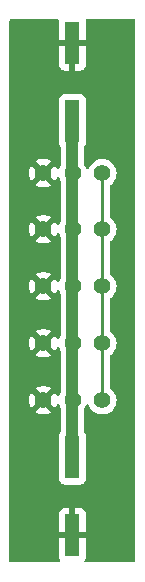
<source format=gbr>
%TF.GenerationSoftware,KiCad,Pcbnew,7.0.5-0*%
%TF.CreationDate,2024-07-23T14:26:58+02:00*%
%TF.ProjectId,JST_EH_2.5mm_ExtensionBoard,4a53545f-4548-45f3-922e-356d6d5f4578,rev?*%
%TF.SameCoordinates,Original*%
%TF.FileFunction,Copper,L1,Top*%
%TF.FilePolarity,Positive*%
%FSLAX46Y46*%
G04 Gerber Fmt 4.6, Leading zero omitted, Abs format (unit mm)*
G04 Created by KiCad (PCBNEW 7.0.5-0) date 2024-07-23 14:26:58*
%MOMM*%
%LPD*%
G01*
G04 APERTURE LIST*
%TA.AperFunction,SMDPad,CuDef*%
%ADD10R,1.259995X3.610008*%
%TD*%
%TA.AperFunction,ComponentPad*%
%ADD11C,1.397000*%
%TD*%
%TA.AperFunction,Conductor*%
%ADD12C,0.250000*%
%TD*%
%TA.AperFunction,Conductor*%
%ADD13C,1.000000*%
%TD*%
G04 APERTURE END LIST*
D10*
%TO.P,C3,1,1*%
%TO.N,/12V*%
X91186000Y-41648895D03*
%TO.P,C3,2,2*%
%TO.N,/GND*%
X91186000Y-35059105D03*
%TD*%
%TO.P,C1,1,1*%
%TO.N,/12V*%
X91186000Y-70111105D03*
%TO.P,C1,2,2*%
%TO.N,/GND*%
X91186000Y-76700895D03*
%TD*%
D11*
%TO.P,J5,1,1*%
%TO.N,/GND*%
X88726000Y-65278000D03*
%TO.P,J5,2,2*%
%TO.N,/12V*%
X91226000Y-65278000D03*
%TO.P,J5,3,3*%
%TO.N,/DATA*%
X93726000Y-65278000D03*
%TD*%
%TO.P,J4,1,1*%
%TO.N,/GND*%
X88726000Y-60452000D03*
%TO.P,J4,2,2*%
%TO.N,/12V*%
X91226000Y-60452000D03*
%TO.P,J4,3,3*%
%TO.N,/DATA*%
X93726000Y-60452000D03*
%TD*%
%TO.P,J3,1,1*%
%TO.N,/GND*%
X88726000Y-55626000D03*
%TO.P,J3,2,2*%
%TO.N,/12V*%
X91226000Y-55626000D03*
%TO.P,J3,3,3*%
%TO.N,/DATA*%
X93726000Y-55626000D03*
%TD*%
%TO.P,J2,1,1*%
%TO.N,/GND*%
X88726000Y-50800000D03*
%TO.P,J2,2,2*%
%TO.N,/12V*%
X91226000Y-50800000D03*
%TO.P,J2,3,3*%
%TO.N,/DATA*%
X93726000Y-50800000D03*
%TD*%
%TO.P,J1,1,1*%
%TO.N,/GND*%
X88726000Y-46053000D03*
%TO.P,J1,2,2*%
%TO.N,/12V*%
X91226000Y-46053000D03*
%TO.P,J1,3,3*%
%TO.N,/DATA*%
X93726000Y-46053000D03*
%TD*%
D12*
%TO.N,/DATA*%
X93726000Y-46053000D02*
X93726000Y-65278000D01*
D13*
%TO.N,/12V*%
X91186000Y-41648895D02*
X91186000Y-70111105D01*
%TD*%
%TA.AperFunction,Conductor*%
%TO.N,/GND*%
G36*
X90004968Y-33040185D02*
G01*
X90050723Y-33092989D01*
X90061218Y-33157757D01*
X90056002Y-33206259D01*
X90056002Y-34809105D01*
X92315998Y-34809105D01*
X92315998Y-33206273D01*
X92315997Y-33206259D01*
X92310782Y-33157757D01*
X92323186Y-33088997D01*
X92370796Y-33037859D01*
X92434071Y-33020500D01*
X96395500Y-33020500D01*
X96462539Y-33040185D01*
X96508294Y-33092989D01*
X96519500Y-33144500D01*
X96519500Y-78869500D01*
X96499815Y-78936539D01*
X96447011Y-78982294D01*
X96395500Y-78993500D01*
X92323283Y-78993500D01*
X92256244Y-78973815D01*
X92210489Y-78921011D01*
X92200545Y-78851853D01*
X92224017Y-78795189D01*
X92259348Y-78747992D01*
X92259352Y-78747985D01*
X92309594Y-78613278D01*
X92309596Y-78613271D01*
X92315997Y-78553743D01*
X92315998Y-78553726D01*
X92315998Y-76950895D01*
X90056002Y-76950895D01*
X90056002Y-78553743D01*
X90062403Y-78613271D01*
X90062405Y-78613278D01*
X90112647Y-78747985D01*
X90112651Y-78747992D01*
X90147983Y-78795189D01*
X90172401Y-78860653D01*
X90157550Y-78928926D01*
X90108145Y-78978332D01*
X90048717Y-78993500D01*
X85976500Y-78993500D01*
X85909461Y-78973815D01*
X85863706Y-78921011D01*
X85852500Y-78869500D01*
X85852500Y-76450895D01*
X90056002Y-76450895D01*
X90936000Y-76450895D01*
X90936000Y-74395891D01*
X91436000Y-74395891D01*
X91436000Y-76450895D01*
X92315998Y-76450895D01*
X92315998Y-74848063D01*
X92315997Y-74848046D01*
X92309596Y-74788518D01*
X92309594Y-74788511D01*
X92259352Y-74653804D01*
X92259348Y-74653797D01*
X92173188Y-74538703D01*
X92173185Y-74538700D01*
X92058091Y-74452540D01*
X92058084Y-74452536D01*
X91923377Y-74402294D01*
X91923370Y-74402292D01*
X91863842Y-74395891D01*
X91436000Y-74395891D01*
X90936000Y-74395891D01*
X90508157Y-74395891D01*
X90448629Y-74402292D01*
X90448622Y-74402294D01*
X90313915Y-74452536D01*
X90313908Y-74452540D01*
X90198814Y-74538700D01*
X90198811Y-74538703D01*
X90112651Y-74653797D01*
X90112647Y-74653804D01*
X90062405Y-74788511D01*
X90062403Y-74788518D01*
X90056002Y-74848046D01*
X90056002Y-76450895D01*
X85852500Y-76450895D01*
X85852500Y-65278000D01*
X87522366Y-65278000D01*
X87542859Y-65499166D01*
X87542860Y-65499168D01*
X87603643Y-65712798D01*
X87603649Y-65712813D01*
X87702646Y-65911626D01*
X87702651Y-65911634D01*
X87718209Y-65932235D01*
X88286680Y-65363765D01*
X88287749Y-65378028D01*
X88336703Y-65502760D01*
X88420248Y-65607522D01*
X88530960Y-65683004D01*
X88640698Y-65716854D01*
X88073760Y-66283790D01*
X88073761Y-66283791D01*
X88189488Y-66355445D01*
X88189495Y-66355449D01*
X88396607Y-66435684D01*
X88614945Y-66476500D01*
X88837055Y-66476500D01*
X89055392Y-66435684D01*
X89262503Y-66355450D01*
X89262509Y-66355447D01*
X89378237Y-66283791D01*
X89378238Y-66283790D01*
X88809398Y-65714950D01*
X88858499Y-65707550D01*
X88979224Y-65649412D01*
X89077450Y-65558272D01*
X89144447Y-65442228D01*
X89162906Y-65361353D01*
X89733788Y-65932235D01*
X89733789Y-65932235D01*
X89749349Y-65911632D01*
X89749350Y-65911629D01*
X89848350Y-65712813D01*
X89848354Y-65712803D01*
X89856472Y-65684270D01*
X89893750Y-65625176D01*
X89957059Y-65595617D01*
X90026299Y-65604978D01*
X90079486Y-65650286D01*
X90095004Y-65684263D01*
X90103127Y-65712813D01*
X90103177Y-65712986D01*
X90103180Y-65712994D01*
X90172500Y-65852205D01*
X90185500Y-65907477D01*
X90185500Y-67924589D01*
X90165815Y-67991628D01*
X90160767Y-67998899D01*
X90112208Y-68063766D01*
X90112204Y-68063772D01*
X90061910Y-68198618D01*
X90055503Y-68258217D01*
X90055503Y-68258224D01*
X90055502Y-68258236D01*
X90055502Y-71963979D01*
X90055503Y-71963985D01*
X90061910Y-72023592D01*
X90112204Y-72158437D01*
X90112208Y-72158444D01*
X90198454Y-72273653D01*
X90198457Y-72273656D01*
X90313666Y-72359902D01*
X90313673Y-72359906D01*
X90448519Y-72410200D01*
X90448518Y-72410200D01*
X90455446Y-72410944D01*
X90508129Y-72416609D01*
X91863870Y-72416608D01*
X91923481Y-72410200D01*
X92058329Y-72359905D01*
X92173544Y-72273655D01*
X92259794Y-72158440D01*
X92310089Y-72023592D01*
X92316498Y-71963982D01*
X92316497Y-68258229D01*
X92310089Y-68198618D01*
X92259794Y-68063770D01*
X92259514Y-68063396D01*
X92211233Y-67998899D01*
X92186816Y-67933435D01*
X92186500Y-67924589D01*
X92186500Y-66037250D01*
X92206185Y-65970211D01*
X92211546Y-65962523D01*
X92212143Y-65961731D01*
X92249778Y-65911896D01*
X92348824Y-65712984D01*
X92356734Y-65685182D01*
X92394013Y-65626089D01*
X92457323Y-65596532D01*
X92526562Y-65605894D01*
X92579749Y-65651204D01*
X92595266Y-65685183D01*
X92603174Y-65712979D01*
X92603180Y-65712994D01*
X92702222Y-65911896D01*
X92836133Y-66089224D01*
X93000344Y-66238921D01*
X93000346Y-66238923D01*
X93189266Y-66355897D01*
X93189272Y-66355900D01*
X93218206Y-66367109D01*
X93396472Y-66436170D01*
X93614896Y-66477000D01*
X93614899Y-66477000D01*
X93837101Y-66477000D01*
X93837104Y-66477000D01*
X94055528Y-66436170D01*
X94262730Y-66355899D01*
X94451655Y-66238922D01*
X94615868Y-66089222D01*
X94749778Y-65911896D01*
X94848824Y-65712984D01*
X94909634Y-65499260D01*
X94930137Y-65278000D01*
X94909634Y-65056740D01*
X94848824Y-64843016D01*
X94749778Y-64644104D01*
X94615868Y-64466778D01*
X94615866Y-64466775D01*
X94451655Y-64317078D01*
X94451654Y-64317077D01*
X94410221Y-64291422D01*
X94363586Y-64239393D01*
X94351500Y-64185996D01*
X94351500Y-61544002D01*
X94371185Y-61476963D01*
X94410221Y-61438576D01*
X94451655Y-61412922D01*
X94615868Y-61263222D01*
X94749778Y-61085896D01*
X94848824Y-60886984D01*
X94909634Y-60673260D01*
X94930137Y-60452000D01*
X94909634Y-60230740D01*
X94848824Y-60017016D01*
X94749778Y-59818104D01*
X94615868Y-59640778D01*
X94615866Y-59640775D01*
X94451655Y-59491078D01*
X94451654Y-59491077D01*
X94410221Y-59465422D01*
X94363586Y-59413393D01*
X94351500Y-59359996D01*
X94351500Y-56718002D01*
X94371185Y-56650963D01*
X94410221Y-56612576D01*
X94451655Y-56586922D01*
X94615868Y-56437222D01*
X94749778Y-56259896D01*
X94848824Y-56060984D01*
X94909634Y-55847260D01*
X94930137Y-55626000D01*
X94909634Y-55404740D01*
X94848824Y-55191016D01*
X94749778Y-54992104D01*
X94615868Y-54814778D01*
X94615866Y-54814775D01*
X94451655Y-54665078D01*
X94451654Y-54665077D01*
X94410221Y-54639422D01*
X94363586Y-54587393D01*
X94351500Y-54533996D01*
X94351500Y-51892002D01*
X94371185Y-51824963D01*
X94410221Y-51786576D01*
X94451655Y-51760922D01*
X94615868Y-51611222D01*
X94749778Y-51433896D01*
X94848824Y-51234984D01*
X94909634Y-51021260D01*
X94930137Y-50800000D01*
X94909634Y-50578740D01*
X94848824Y-50365016D01*
X94749778Y-50166104D01*
X94615868Y-49988778D01*
X94615866Y-49988775D01*
X94451655Y-49839078D01*
X94451654Y-49839077D01*
X94410221Y-49813422D01*
X94363586Y-49761393D01*
X94351500Y-49707996D01*
X94351500Y-47145002D01*
X94371185Y-47077963D01*
X94410221Y-47039576D01*
X94451655Y-47013922D01*
X94615868Y-46864222D01*
X94749778Y-46686896D01*
X94848824Y-46487984D01*
X94909634Y-46274260D01*
X94930137Y-46053000D01*
X94909634Y-45831740D01*
X94848824Y-45618016D01*
X94749778Y-45419104D01*
X94615868Y-45241778D01*
X94615866Y-45241775D01*
X94451655Y-45092078D01*
X94451653Y-45092076D01*
X94262733Y-44975102D01*
X94262727Y-44975099D01*
X94155080Y-44933397D01*
X94055528Y-44894830D01*
X93837104Y-44854000D01*
X93614896Y-44854000D01*
X93396472Y-44894830D01*
X93346695Y-44914113D01*
X93189272Y-44975099D01*
X93189266Y-44975102D01*
X93000346Y-45092076D01*
X93000344Y-45092078D01*
X92836133Y-45241775D01*
X92702222Y-45419103D01*
X92603180Y-45618005D01*
X92603175Y-45618018D01*
X92595266Y-45645817D01*
X92557986Y-45704910D01*
X92494676Y-45734467D01*
X92425437Y-45725105D01*
X92372251Y-45679794D01*
X92356734Y-45645817D01*
X92350370Y-45623450D01*
X92348824Y-45618016D01*
X92249778Y-45419104D01*
X92249777Y-45419103D01*
X92249776Y-45419100D01*
X92211546Y-45368475D01*
X92186854Y-45303114D01*
X92186500Y-45293749D01*
X92186500Y-43835409D01*
X92206185Y-43768370D01*
X92211227Y-43761106D01*
X92259794Y-43696230D01*
X92310089Y-43561382D01*
X92316498Y-43501772D01*
X92316497Y-39796019D01*
X92310089Y-39736408D01*
X92259794Y-39601560D01*
X92259793Y-39601559D01*
X92259791Y-39601555D01*
X92173545Y-39486346D01*
X92173542Y-39486343D01*
X92058333Y-39400097D01*
X92058326Y-39400093D01*
X91923480Y-39349799D01*
X91923481Y-39349799D01*
X91863881Y-39343392D01*
X91863879Y-39343391D01*
X91863871Y-39343391D01*
X91863862Y-39343391D01*
X90508131Y-39343391D01*
X90508125Y-39343392D01*
X90448518Y-39349799D01*
X90313673Y-39400093D01*
X90313666Y-39400097D01*
X90198457Y-39486343D01*
X90198454Y-39486346D01*
X90112208Y-39601555D01*
X90112204Y-39601562D01*
X90061910Y-39736408D01*
X90055503Y-39796007D01*
X90055503Y-39796014D01*
X90055502Y-39796026D01*
X90055502Y-43501769D01*
X90055503Y-43501775D01*
X90061910Y-43561382D01*
X90112204Y-43696227D01*
X90112206Y-43696230D01*
X90160766Y-43761098D01*
X90185184Y-43826561D01*
X90185500Y-43835409D01*
X90185500Y-45423522D01*
X90172500Y-45478794D01*
X90103180Y-45618005D01*
X90103173Y-45618023D01*
X90095004Y-45646734D01*
X90057724Y-45705827D01*
X89994413Y-45735383D01*
X89925174Y-45726019D01*
X89871989Y-45680708D01*
X89856472Y-45646730D01*
X89848353Y-45618194D01*
X89848350Y-45618186D01*
X89749351Y-45419370D01*
X89749349Y-45419367D01*
X89733788Y-45398762D01*
X89165319Y-45967232D01*
X89164251Y-45952972D01*
X89115297Y-45828240D01*
X89031752Y-45723478D01*
X88921040Y-45647996D01*
X88811301Y-45614145D01*
X89378238Y-45047208D01*
X89262503Y-44975550D01*
X89262504Y-44975550D01*
X89055392Y-44895315D01*
X88837055Y-44854500D01*
X88614945Y-44854500D01*
X88396607Y-44895315D01*
X88189497Y-44975549D01*
X88189494Y-44975551D01*
X88073760Y-45047208D01*
X88642602Y-45616049D01*
X88593501Y-45623450D01*
X88472776Y-45681588D01*
X88374550Y-45772728D01*
X88307553Y-45888772D01*
X88289093Y-45969645D01*
X87718210Y-45398762D01*
X87702651Y-45419367D01*
X87702646Y-45419374D01*
X87603649Y-45618186D01*
X87603643Y-45618201D01*
X87542860Y-45831831D01*
X87542859Y-45831833D01*
X87522366Y-46052999D01*
X87522366Y-46053000D01*
X87542859Y-46274166D01*
X87542860Y-46274168D01*
X87603643Y-46487798D01*
X87603649Y-46487813D01*
X87702646Y-46686626D01*
X87702651Y-46686634D01*
X87718209Y-46707235D01*
X88286680Y-46138766D01*
X88287749Y-46153028D01*
X88336703Y-46277760D01*
X88420248Y-46382522D01*
X88530960Y-46458004D01*
X88640698Y-46491854D01*
X88073760Y-47058790D01*
X88073761Y-47058791D01*
X88189488Y-47130445D01*
X88189495Y-47130449D01*
X88396607Y-47210684D01*
X88614945Y-47251500D01*
X88837055Y-47251500D01*
X89055392Y-47210684D01*
X89262503Y-47130450D01*
X89262509Y-47130447D01*
X89378237Y-47058791D01*
X89378238Y-47058790D01*
X88809398Y-46489950D01*
X88858499Y-46482550D01*
X88979224Y-46424412D01*
X89077450Y-46333272D01*
X89144447Y-46217228D01*
X89162906Y-46136353D01*
X89733788Y-46707235D01*
X89733789Y-46707235D01*
X89749349Y-46686632D01*
X89749350Y-46686629D01*
X89848350Y-46487813D01*
X89848354Y-46487803D01*
X89856472Y-46459270D01*
X89893750Y-46400176D01*
X89957059Y-46370617D01*
X90026299Y-46379978D01*
X90079486Y-46425286D01*
X90095004Y-46459263D01*
X90103127Y-46487813D01*
X90103177Y-46487986D01*
X90103180Y-46487994D01*
X90172500Y-46627205D01*
X90185500Y-46682477D01*
X90185500Y-50170522D01*
X90172500Y-50225794D01*
X90103180Y-50365005D01*
X90103173Y-50365023D01*
X90095004Y-50393734D01*
X90057724Y-50452827D01*
X89994413Y-50482383D01*
X89925174Y-50473019D01*
X89871989Y-50427708D01*
X89856472Y-50393730D01*
X89848353Y-50365194D01*
X89848350Y-50365186D01*
X89749351Y-50166370D01*
X89749349Y-50166367D01*
X89733788Y-50145762D01*
X89165319Y-50714232D01*
X89164251Y-50699972D01*
X89115297Y-50575240D01*
X89031752Y-50470478D01*
X88921040Y-50394996D01*
X88811301Y-50361145D01*
X89378238Y-49794208D01*
X89262503Y-49722550D01*
X89262504Y-49722550D01*
X89055392Y-49642315D01*
X88837055Y-49601500D01*
X88614945Y-49601500D01*
X88396607Y-49642315D01*
X88189497Y-49722549D01*
X88189494Y-49722551D01*
X88073760Y-49794208D01*
X88642602Y-50363049D01*
X88593501Y-50370450D01*
X88472776Y-50428588D01*
X88374550Y-50519728D01*
X88307553Y-50635772D01*
X88289093Y-50716645D01*
X87718210Y-50145762D01*
X87702651Y-50166367D01*
X87702646Y-50166374D01*
X87603649Y-50365186D01*
X87603643Y-50365201D01*
X87542860Y-50578831D01*
X87542859Y-50578833D01*
X87522366Y-50799999D01*
X87522366Y-50800000D01*
X87542859Y-51021166D01*
X87542860Y-51021168D01*
X87603643Y-51234798D01*
X87603649Y-51234813D01*
X87702646Y-51433626D01*
X87702651Y-51433634D01*
X87718209Y-51454235D01*
X88286680Y-50885766D01*
X88287749Y-50900028D01*
X88336703Y-51024760D01*
X88420248Y-51129522D01*
X88530960Y-51205004D01*
X88640698Y-51238854D01*
X88073760Y-51805790D01*
X88073761Y-51805791D01*
X88189488Y-51877445D01*
X88189495Y-51877449D01*
X88396607Y-51957684D01*
X88614945Y-51998500D01*
X88837055Y-51998500D01*
X89055392Y-51957684D01*
X89262503Y-51877450D01*
X89262509Y-51877447D01*
X89378237Y-51805791D01*
X89378238Y-51805790D01*
X88809398Y-51236950D01*
X88858499Y-51229550D01*
X88979224Y-51171412D01*
X89077450Y-51080272D01*
X89144447Y-50964228D01*
X89162906Y-50883353D01*
X89733788Y-51454235D01*
X89733789Y-51454235D01*
X89749349Y-51433632D01*
X89749350Y-51433629D01*
X89848350Y-51234813D01*
X89848354Y-51234803D01*
X89856472Y-51206270D01*
X89893750Y-51147176D01*
X89957059Y-51117617D01*
X90026299Y-51126978D01*
X90079486Y-51172286D01*
X90095004Y-51206263D01*
X90103127Y-51234813D01*
X90103177Y-51234986D01*
X90103180Y-51234994D01*
X90172500Y-51374205D01*
X90185500Y-51429477D01*
X90185500Y-54996522D01*
X90172500Y-55051794D01*
X90103180Y-55191005D01*
X90103173Y-55191023D01*
X90095004Y-55219734D01*
X90057724Y-55278827D01*
X89994413Y-55308383D01*
X89925174Y-55299019D01*
X89871989Y-55253708D01*
X89856472Y-55219730D01*
X89848353Y-55191194D01*
X89848350Y-55191186D01*
X89749351Y-54992370D01*
X89749349Y-54992367D01*
X89733788Y-54971762D01*
X89165319Y-55540232D01*
X89164251Y-55525972D01*
X89115297Y-55401240D01*
X89031752Y-55296478D01*
X88921040Y-55220996D01*
X88811301Y-55187145D01*
X89378238Y-54620208D01*
X89262503Y-54548550D01*
X89262504Y-54548550D01*
X89055392Y-54468315D01*
X88837055Y-54427500D01*
X88614945Y-54427500D01*
X88396607Y-54468315D01*
X88189497Y-54548549D01*
X88189494Y-54548551D01*
X88073760Y-54620208D01*
X88642602Y-55189049D01*
X88593501Y-55196450D01*
X88472776Y-55254588D01*
X88374550Y-55345728D01*
X88307553Y-55461772D01*
X88289093Y-55542645D01*
X87718210Y-54971762D01*
X87702651Y-54992367D01*
X87702646Y-54992374D01*
X87603649Y-55191186D01*
X87603643Y-55191201D01*
X87542860Y-55404831D01*
X87542859Y-55404833D01*
X87522366Y-55625999D01*
X87522366Y-55626000D01*
X87542859Y-55847166D01*
X87542860Y-55847168D01*
X87603643Y-56060798D01*
X87603649Y-56060813D01*
X87702646Y-56259626D01*
X87702651Y-56259634D01*
X87718209Y-56280235D01*
X88286680Y-55711766D01*
X88287749Y-55726028D01*
X88336703Y-55850760D01*
X88420248Y-55955522D01*
X88530960Y-56031004D01*
X88640698Y-56064854D01*
X88073760Y-56631790D01*
X88073761Y-56631791D01*
X88189488Y-56703445D01*
X88189495Y-56703449D01*
X88396607Y-56783684D01*
X88614945Y-56824500D01*
X88837055Y-56824500D01*
X89055392Y-56783684D01*
X89262503Y-56703450D01*
X89262509Y-56703447D01*
X89378237Y-56631791D01*
X89378238Y-56631790D01*
X88809398Y-56062950D01*
X88858499Y-56055550D01*
X88979224Y-55997412D01*
X89077450Y-55906272D01*
X89144447Y-55790228D01*
X89162906Y-55709353D01*
X89733788Y-56280235D01*
X89733789Y-56280235D01*
X89749349Y-56259632D01*
X89749350Y-56259629D01*
X89848350Y-56060813D01*
X89848354Y-56060803D01*
X89856472Y-56032270D01*
X89893750Y-55973176D01*
X89957059Y-55943617D01*
X90026299Y-55952978D01*
X90079486Y-55998286D01*
X90095004Y-56032263D01*
X90103127Y-56060813D01*
X90103177Y-56060986D01*
X90103180Y-56060994D01*
X90172500Y-56200205D01*
X90185500Y-56255477D01*
X90185500Y-59822522D01*
X90172500Y-59877794D01*
X90103180Y-60017005D01*
X90103173Y-60017023D01*
X90095004Y-60045734D01*
X90057724Y-60104827D01*
X89994413Y-60134383D01*
X89925174Y-60125019D01*
X89871989Y-60079708D01*
X89856472Y-60045730D01*
X89848353Y-60017194D01*
X89848350Y-60017186D01*
X89749351Y-59818370D01*
X89749349Y-59818367D01*
X89733788Y-59797762D01*
X89165319Y-60366232D01*
X89164251Y-60351972D01*
X89115297Y-60227240D01*
X89031752Y-60122478D01*
X88921040Y-60046996D01*
X88811299Y-60013145D01*
X89378238Y-59446208D01*
X89262503Y-59374550D01*
X89262504Y-59374550D01*
X89055392Y-59294315D01*
X88837055Y-59253500D01*
X88614945Y-59253500D01*
X88396607Y-59294315D01*
X88189497Y-59374549D01*
X88189494Y-59374551D01*
X88073760Y-59446208D01*
X88642601Y-60015049D01*
X88593501Y-60022450D01*
X88472776Y-60080588D01*
X88374550Y-60171728D01*
X88307553Y-60287772D01*
X88289093Y-60368645D01*
X87718210Y-59797762D01*
X87702651Y-59818367D01*
X87702646Y-59818374D01*
X87603649Y-60017186D01*
X87603643Y-60017201D01*
X87542860Y-60230831D01*
X87542859Y-60230833D01*
X87522366Y-60451999D01*
X87522366Y-60452000D01*
X87542859Y-60673166D01*
X87542860Y-60673168D01*
X87603643Y-60886798D01*
X87603649Y-60886813D01*
X87702646Y-61085626D01*
X87702651Y-61085634D01*
X87718209Y-61106235D01*
X88286680Y-60537765D01*
X88287749Y-60552028D01*
X88336703Y-60676760D01*
X88420248Y-60781522D01*
X88530960Y-60857004D01*
X88640698Y-60890854D01*
X88073760Y-61457790D01*
X88073761Y-61457791D01*
X88189488Y-61529445D01*
X88189495Y-61529449D01*
X88396607Y-61609684D01*
X88614945Y-61650500D01*
X88837055Y-61650500D01*
X89055392Y-61609684D01*
X89262503Y-61529450D01*
X89262509Y-61529447D01*
X89378237Y-61457791D01*
X89378238Y-61457790D01*
X88809398Y-60888950D01*
X88858499Y-60881550D01*
X88979224Y-60823412D01*
X89077450Y-60732272D01*
X89144447Y-60616228D01*
X89162906Y-60535353D01*
X89733788Y-61106235D01*
X89733789Y-61106235D01*
X89749349Y-61085632D01*
X89749350Y-61085629D01*
X89848350Y-60886813D01*
X89848354Y-60886803D01*
X89856472Y-60858270D01*
X89893750Y-60799176D01*
X89957059Y-60769617D01*
X90026299Y-60778978D01*
X90079486Y-60824286D01*
X90095004Y-60858263D01*
X90103127Y-60886813D01*
X90103177Y-60886986D01*
X90103180Y-60886994D01*
X90172500Y-61026205D01*
X90185500Y-61081477D01*
X90185500Y-64648522D01*
X90172500Y-64703794D01*
X90103180Y-64843005D01*
X90103173Y-64843023D01*
X90095004Y-64871734D01*
X90057724Y-64930827D01*
X89994413Y-64960383D01*
X89925174Y-64951019D01*
X89871989Y-64905708D01*
X89856472Y-64871730D01*
X89848353Y-64843194D01*
X89848350Y-64843186D01*
X89749351Y-64644370D01*
X89749349Y-64644367D01*
X89733788Y-64623762D01*
X89165319Y-65192232D01*
X89164251Y-65177972D01*
X89115297Y-65053240D01*
X89031752Y-64948478D01*
X88921040Y-64872996D01*
X88811300Y-64839145D01*
X89378238Y-64272208D01*
X89262503Y-64200550D01*
X89262504Y-64200550D01*
X89055392Y-64120315D01*
X88837055Y-64079500D01*
X88614945Y-64079500D01*
X88396607Y-64120315D01*
X88189497Y-64200549D01*
X88189494Y-64200551D01*
X88073761Y-64272208D01*
X88642600Y-64841049D01*
X88593501Y-64848450D01*
X88472776Y-64906588D01*
X88374550Y-64997728D01*
X88307553Y-65113772D01*
X88289093Y-65194645D01*
X87718210Y-64623762D01*
X87702651Y-64644367D01*
X87702646Y-64644374D01*
X87603649Y-64843186D01*
X87603643Y-64843201D01*
X87542860Y-65056831D01*
X87542859Y-65056833D01*
X87522366Y-65277999D01*
X87522366Y-65278000D01*
X85852500Y-65278000D01*
X85852500Y-35309105D01*
X90056002Y-35309105D01*
X90056002Y-36911953D01*
X90062403Y-36971481D01*
X90062405Y-36971488D01*
X90112647Y-37106195D01*
X90112651Y-37106202D01*
X90198811Y-37221296D01*
X90198814Y-37221299D01*
X90313908Y-37307459D01*
X90313915Y-37307463D01*
X90448622Y-37357705D01*
X90448629Y-37357707D01*
X90508157Y-37364108D01*
X90508174Y-37364109D01*
X90936000Y-37364109D01*
X90936000Y-35309105D01*
X91436000Y-35309105D01*
X91436000Y-37364109D01*
X91863826Y-37364109D01*
X91863842Y-37364108D01*
X91923370Y-37357707D01*
X91923377Y-37357705D01*
X92058084Y-37307463D01*
X92058091Y-37307459D01*
X92173185Y-37221299D01*
X92173188Y-37221296D01*
X92259348Y-37106202D01*
X92259352Y-37106195D01*
X92309594Y-36971488D01*
X92309596Y-36971481D01*
X92315997Y-36911953D01*
X92315998Y-36911936D01*
X92315998Y-35309105D01*
X91436000Y-35309105D01*
X90936000Y-35309105D01*
X90056002Y-35309105D01*
X85852500Y-35309105D01*
X85852500Y-33144500D01*
X85872185Y-33077461D01*
X85924989Y-33031706D01*
X85976500Y-33020500D01*
X89937929Y-33020500D01*
X90004968Y-33040185D01*
G37*
%TD.AperFunction*%
%TD*%
M02*

</source>
